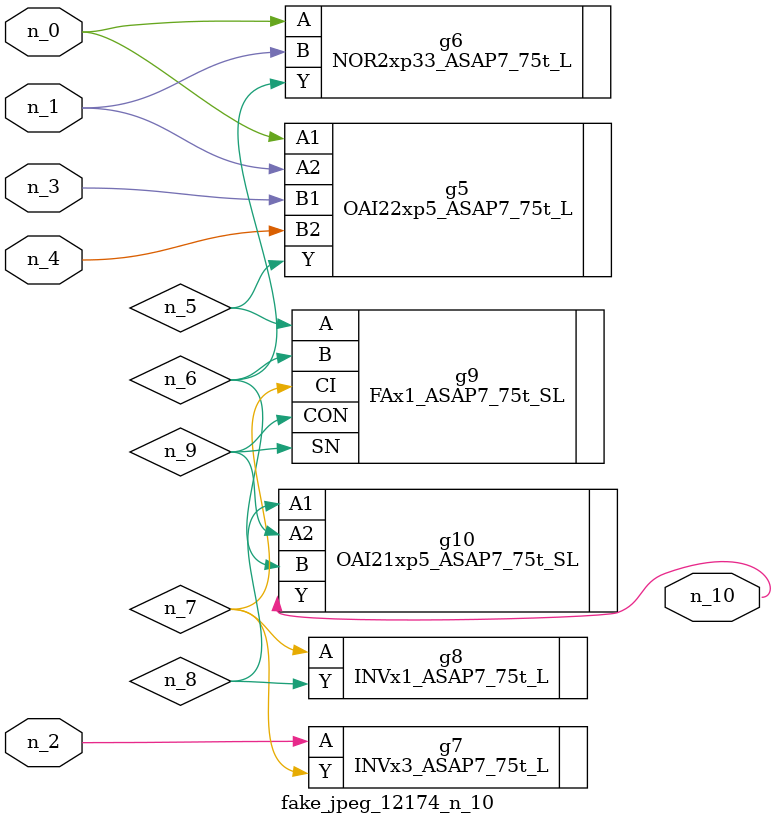
<source format=v>
module fake_jpeg_12174_n_10 (n_3, n_2, n_1, n_0, n_4, n_10);

input n_3;
input n_2;
input n_1;
input n_0;
input n_4;

output n_10;

wire n_8;
wire n_9;
wire n_6;
wire n_5;
wire n_7;

OAI22xp5_ASAP7_75t_L g5 ( 
.A1(n_0),
.A2(n_1),
.B1(n_3),
.B2(n_4),
.Y(n_5)
);

NOR2xp33_ASAP7_75t_L g6 ( 
.A(n_0),
.B(n_1),
.Y(n_6)
);

INVx3_ASAP7_75t_L g7 ( 
.A(n_2),
.Y(n_7)
);

INVx1_ASAP7_75t_L g8 ( 
.A(n_7),
.Y(n_8)
);

OAI21xp5_ASAP7_75t_SL g10 ( 
.A1(n_8),
.A2(n_9),
.B(n_6),
.Y(n_10)
);

FAx1_ASAP7_75t_SL g9 ( 
.A(n_5),
.B(n_6),
.CI(n_7),
.CON(n_9),
.SN(n_9)
);


endmodule
</source>
